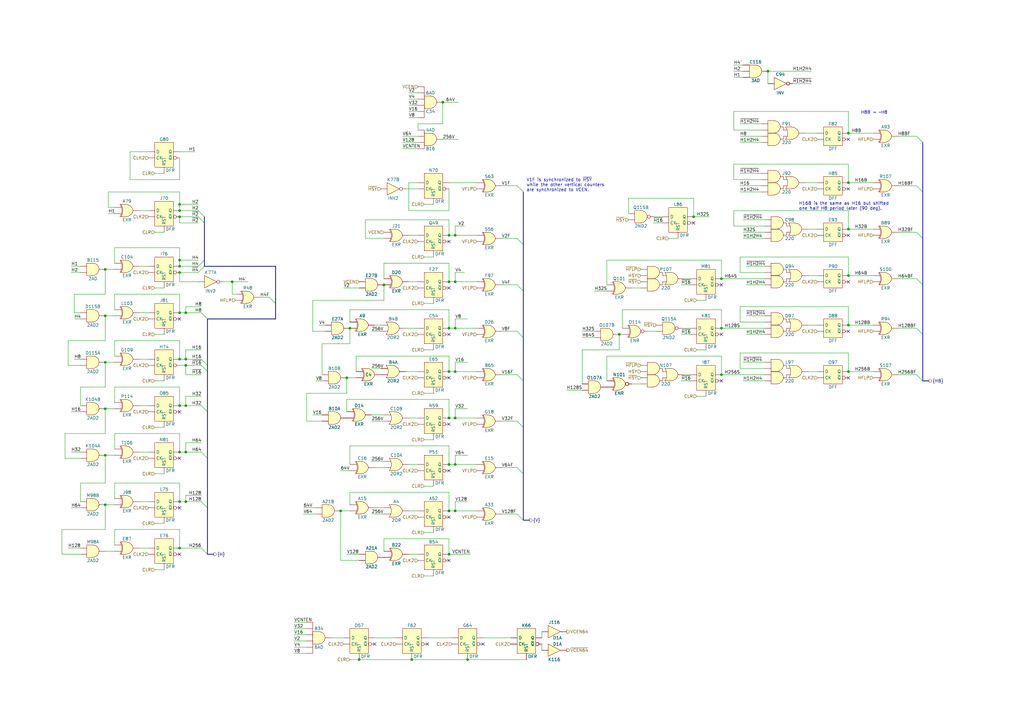
<source format=kicad_sch>
(kicad_sch (version 20230121) (generator eeschema)
  (paper "A3")
  (title_block (title "Konami 007786") (date "2024-01-28") (company "Ulf Skutnabba, twitter: @skutis77"))
  (bus_alias "H" (members "H2" "~{H2}" "H4" "~{H4}" "H4F" "H8" "H16" "~{H16}" "H32" "H64" "H128" "H256"))
  (bus_alias "HB" (members "H8BF" "H16BF" "H32BF" "H64BF" "H128BF" "H256BF"))
  (bus_alias "V" (members "V1F" "V2F" "V4F" "V8F" "V16F" "V32F" "V64F" "V128F"))
  (junction (at 191.77 270.51))
  (junction (at 73.66 106.68))
  (junction (at 43.18 167.64))
  (junction (at 295.91 114.3))
  (junction (at 186.69 115.57))
  (junction (at 73.66 147.32))
  (junction (at 295.91 153.67))
  (junction (at 76.2 185.42))
  (junction (at 76.2 147.32))
  (junction (at 73.66 185.42))
  (junction (at 347.98 54.61))
  (junction (at 347.98 133.35))
  (junction (at 184.15 227.33))
  (junction (at 147.32 270.51))
  (junction (at 186.69 152.4))
  (junction (at 73.66 166.37))
  (junction (at 186.69 134.62))
  (junction (at 284.48 88.9))
  (junction (at 143.51 134.62))
  (junction (at 142.24 154.94))
  (junction (at 95.25 115.57))
  (junction (at 43.18 186.69))
  (junction (at 76.2 128.27))
  (junction (at 186.69 96.52))
  (junction (at 347.98 93.98))
  (junction (at 314.96 29.21))
  (junction (at 73.66 86.36))
  (junction (at 76.2 166.37))
  (junction (at 168.91 270.51))
  (junction (at 186.69 209.55))
  (junction (at 295.91 134.62))
  (junction (at 73.66 111.76))
  (junction (at 73.66 205.74))
  (junction (at 347.98 74.93))
  (junction (at 184.15 134.62))
  (junction (at 254 137.16))
  (junction (at 157.48 116.84))
  (junction (at 186.69 190.5))
  (junction (at 347.98 113.03))
  (junction (at 73.66 224.79))
  (junction (at 139.7 209.55))
  (junction (at 43.18 129.54))
  (junction (at 73.66 88.9))
  (junction (at 43.18 207.01))
  (junction (at 184.15 152.4))
  (junction (at 184.15 190.5))
  (junction (at 43.18 148.59))
  (junction (at 76.2 149.86))
  (junction (at 76.2 205.74))
  (junction (at 73.66 128.27))
  (junction (at 184.15 115.57))
  (junction (at 73.66 83.82))
  (junction (at 184.15 96.52))
  (junction (at 73.66 109.22))
  (junction (at 181.61 41.91))
  (junction (at 186.69 171.45))
  (junction (at 43.18 110.49))
  (junction (at 184.15 209.55))
  (junction (at 347.98 152.4))
  (junction (at 184.15 171.45))
  (no_connect (at 347.98 115.57))
  (no_connect (at 184.15 154.94))
  (no_connect (at 347.98 154.94))
  (no_connect (at 73.66 168.91))
  (no_connect (at 73.66 187.96))
  (no_connect (at 184.15 118.11))
  (no_connect (at 73.66 208.28))
  (no_connect (at 184.15 173.99))
  (no_connect (at 295.91 137.16))
  (no_connect (at 347.98 57.15))
  (no_connect (at 295.91 116.84))
  (no_connect (at 175.26 264.16))
  (no_connect (at 184.15 212.09))
  (no_connect (at 347.98 77.47))
  (no_connect (at 347.98 135.89))
  (no_connect (at 73.66 227.33))
  (no_connect (at 184.15 229.87))
  (no_connect (at 347.98 96.52))
  (no_connect (at 73.66 130.81))
  (no_connect (at 184.15 99.06))
  (no_connect (at 184.15 137.16))
  (no_connect (at 153.67 264.16))
  (no_connect (at 184.15 193.04))
  (no_connect (at 198.12 264.16))
  (no_connect (at 295.91 156.21))
  (no_connect (at 284.48 91.44))
  (bus_entry (at 212.09 172.72) (size 2.54 2.54))
  (bus_entry (at 82.55 224.79) (size 2.54 2.54))
  (bus_entry (at 82.55 185.42) (size 2.54 2.54))
  (bus_entry (at 375.92 134.62) (size 2.54 2.54))
  (bus_entry (at 212.09 97.79) (size 2.54 2.54))
  (bus_entry (at 375.92 95.25) (size 2.54 2.54))
  (bus_entry (at 375.92 55.88) (size 2.54 2.54))
  (bus_entry (at 375.92 76.2) (size 2.54 2.54))
  (bus_entry (at 375.92 153.67) (size 2.54 2.54))
  (bus_entry (at 81.28 111.76) (size 2.54 -2.54))
  (bus_entry (at 81.28 88.9) (size 2.54 2.54))
  (bus_entry (at 212.09 191.77) (size 2.54 2.54))
  (bus_entry (at 212.09 76.2) (size 2.54 2.54))
  (bus_entry (at 212.09 210.82) (size 2.54 2.54))
  (bus_entry (at 82.55 128.27) (size 2.54 2.54))
  (bus_entry (at 81.28 86.36) (size 2.54 2.54))
  (bus_entry (at 82.55 205.74) (size 2.54 2.54))
  (bus_entry (at 375.92 114.3) (size 2.54 2.54))
  (bus_entry (at 82.55 149.86) (size 2.54 2.54))
  (bus_entry (at 212.09 116.84) (size 2.54 2.54))
  (bus_entry (at 81.28 109.22) (size 2.54 -2.54))
  (bus_entry (at 82.55 166.37) (size 2.54 2.54))
  (bus_entry (at 212.09 135.89) (size 2.54 2.54))
  (bus_entry (at 82.55 147.32) (size 2.54 2.54))
  (bus_entry (at 110.49 121.92) (size 2.54 2.54))
  (bus_entry (at 212.09 153.67) (size 2.54 2.54))
  (wire (pts (xy 254 137.16) (xy 255.27 137.16)))
  (wire (pts (xy 29.21 109.22) (xy 33.02 109.22)))
  (wire (pts (xy 347.98 45.72) (xy 347.98 54.61)))
  (wire (pts (xy 63.5 137.16) (xy 67.31 137.16)))
  (wire (pts (xy 157.48 220.98) (xy 157.48 226.06)))
  (bus (pts (xy 214.63 194.31) (xy 214.63 213.36)))
  (wire (pts (xy 124.46 208.28) (xy 129.54 208.28)))
  (wire (pts (xy 259.08 118.11) (xy 262.89 118.11)))
  (wire (pts (xy 186.69 152.4) (xy 195.58 152.4)))
  (wire (pts (xy 368.3 114.3) (xy 375.92 114.3)))
  (wire (pts (xy 29.21 111.76) (xy 33.02 111.76)))
  (wire (pts (xy 303.53 55.88) (xy 312.42 55.88)))
  (bus (pts (xy 85.09 149.86) (xy 85.09 152.4)))
  (bus (pts (xy 214.63 138.43) (xy 214.63 156.21)))
  (wire (pts (xy 166.37 134.62) (xy 171.45 134.62)))
  (wire (pts (xy 72.39 224.79) (xy 73.66 224.79)))
  (wire (pts (xy 181.61 41.91) (xy 187.96 41.91)))
  (wire (pts (xy 347.98 105.41) (xy 303.53 105.41)))
  (wire (pts (xy 300.99 92.71) (xy 313.69 92.71)))
  (wire (pts (xy 186.69 209.55) (xy 195.58 209.55)))
  (wire (pts (xy 184.15 77.47) (xy 184.15 86.36)))
  (wire (pts (xy 166.37 152.4) (xy 171.45 152.4)))
  (wire (pts (xy 295.91 134.62) (xy 295.91 127)))
  (wire (pts (xy 184.15 134.62) (xy 186.69 134.62)))
  (bus (pts (xy 113.03 124.46) (xy 113.03 130.81)))
  (bus (pts (xy 378.46 156.21) (xy 381 156.21)))
  (wire (pts (xy 76.2 143.51) (xy 76.2 147.32)))
  (bus (pts (xy 378.46 116.84) (xy 378.46 137.16)))
  (wire (pts (xy 43.18 110.49) (xy 43.18 120.65)))
  (wire (pts (xy 76.2 185.42) (xy 82.55 185.42)))
  (wire (pts (xy 184.15 209.55) (xy 184.15 201.93)))
  (wire (pts (xy 173.99 199.39) (xy 177.8 199.39)))
  (wire (pts (xy 304.8 97.79) (xy 313.69 97.79)))
  (wire (pts (xy 73.66 149.86) (xy 76.2 149.86)))
  (wire (pts (xy 303.53 151.13) (xy 313.69 151.13)))
  (wire (pts (xy 44.45 85.09) (xy 46.99 85.09)))
  (wire (pts (xy 295.91 134.62) (xy 313.69 134.62)))
  (wire (pts (xy 106.68 121.92) (xy 110.49 121.92)))
  (wire (pts (xy 57.15 109.22) (xy 60.96 109.22)))
  (wire (pts (xy 222.25 264.16) (xy 222.25 266.7)))
  (wire (pts (xy 91.44 115.57) (xy 95.25 115.57)))
  (wire (pts (xy 184.15 220.98) (xy 157.48 220.98)))
  (wire (pts (xy 295.91 106.68) (xy 295.91 114.3)))
  (wire (pts (xy 73.66 158.75) (xy 46.99 158.75)))
  (wire (pts (xy 186.69 190.5) (xy 195.58 190.5)))
  (wire (pts (xy 248.92 116.84) (xy 248.92 106.68)))
  (wire (pts (xy 43.18 129.54) (xy 43.18 139.7)))
  (wire (pts (xy 73.66 217.17) (xy 46.99 217.17)))
  (wire (pts (xy 73.66 120.65) (xy 46.99 120.65)))
  (wire (pts (xy 73.66 166.37) (xy 73.66 158.75)))
  (wire (pts (xy 184.15 171.45) (xy 184.15 163.83)))
  (wire (pts (xy 191.77 270.51) (xy 215.9 270.51)))
  (wire (pts (xy 303.53 144.78) (xy 303.53 151.13)))
  (wire (pts (xy 267.97 88.9) (xy 271.78 88.9)))
  (wire (pts (xy 238.76 135.89) (xy 243.84 135.89)))
  (wire (pts (xy 248.92 106.68) (xy 295.91 106.68)))
  (wire (pts (xy 139.7 229.87) (xy 147.32 229.87)))
  (wire (pts (xy 347.98 152.4) (xy 347.98 144.78)))
  (wire (pts (xy 73.66 109.22) (xy 81.28 109.22)))
  (wire (pts (xy 157.48 97.79) (xy 149.86 97.79)))
  (wire (pts (xy 167.64 45.72) (xy 171.45 45.72)))
  (wire (pts (xy 295.91 114.3) (xy 313.69 114.3)))
  (wire (pts (xy 186.69 115.57) (xy 186.69 111.76)))
  (wire (pts (xy 76.2 143.51) (xy 82.55 143.51)))
  (wire (pts (xy 167.64 209.55) (xy 171.45 209.55)))
  (wire (pts (xy 152.4 189.23) (xy 157.48 189.23)))
  (wire (pts (xy 175.26 261.62) (xy 185.42 261.62)))
  (wire (pts (xy 73.66 139.7) (xy 46.99 139.7)))
  (wire (pts (xy 76.2 203.2) (xy 82.55 203.2)))
  (wire (pts (xy 205.74 76.2) (xy 212.09 76.2)))
  (wire (pts (xy 43.18 148.59) (xy 43.18 158.75)))
  (wire (pts (xy 73.66 147.32) (xy 76.2 147.32)))
  (wire (pts (xy 143.51 201.93) (xy 143.51 207.01)))
  (wire (pts (xy 238.76 143.51) (xy 238.76 157.48)))
  (bus (pts (xy 85.09 168.91) (xy 85.09 187.96)))
  (wire (pts (xy 368.3 76.2) (xy 375.92 76.2)))
  (wire (pts (xy 73.66 73.66) (xy 53.34 73.66)))
  (wire (pts (xy 76.2 166.37) (xy 76.2 162.56)))
  (wire (pts (xy 186.69 171.45) (xy 195.58 171.45)))
  (wire (pts (xy 184.15 190.5) (xy 186.69 190.5)))
  (wire (pts (xy 76.2 205.74) (xy 82.55 205.74)))
  (wire (pts (xy 125.73 161.29) (xy 125.73 172.72)))
  (wire (pts (xy 43.18 217.17) (xy 25.4 217.17)))
  (wire (pts (xy 82.55 181.61) (xy 76.2 181.61)))
  (wire (pts (xy 347.98 133.35) (xy 347.98 125.73)))
  (wire (pts (xy 314.96 29.21) (xy 314.96 34.29)))
  (wire (pts (xy 76.2 128.27) (xy 82.55 128.27)))
  (wire (pts (xy 295.91 146.05) (xy 295.91 153.67)))
  (wire (pts (xy 132.08 140.97) (xy 132.08 153.67)))
  (wire (pts (xy 143.51 134.62) (xy 143.51 140.97)))
  (wire (pts (xy 284.48 88.9) (xy 290.83 88.9)))
  (wire (pts (xy 73.66 88.9) (xy 73.66 91.44)))
  (wire (pts (xy 330.2 74.93) (xy 335.28 74.93)))
  (wire (pts (xy 186.69 148.59) (xy 191.77 148.59)))
  (wire (pts (xy 184.15 182.88) (xy 184.15 190.5)))
  (wire (pts (xy 120.65 260.35) (xy 125.73 260.35)))
  (wire (pts (xy 120.65 255.27) (xy 125.73 255.27)))
  (wire (pts (xy 120.65 265.43) (xy 125.73 265.43)))
  (wire (pts (xy 368.3 55.88) (xy 375.92 55.88)))
  (wire (pts (xy 347.98 113.03) (xy 347.98 105.41)))
  (wire (pts (xy 25.4 217.17) (xy 25.4 227.33)))
  (wire (pts (xy 331.47 152.4) (xy 335.28 152.4)))
  (wire (pts (xy 73.66 224.79) (xy 82.55 224.79)))
  (wire (pts (xy 46.99 101.6) (xy 46.99 107.95)))
  (wire (pts (xy 306.07 109.22) (xy 313.69 109.22)))
  (wire (pts (xy 157.48 107.95) (xy 157.48 114.3)))
  (wire (pts (xy 143.51 127) (xy 143.51 132.08)))
  (wire (pts (xy 153.67 133.35) (xy 156.21 133.35)))
  (wire (pts (xy 347.98 54.61) (xy 358.14 54.61)))
  (wire (pts (xy 143.51 182.88) (xy 143.51 190.5)))
  (wire (pts (xy 303.53 78.74) (xy 312.42 78.74)))
  (wire (pts (xy 303.53 58.42) (xy 312.42 58.42)))
  (wire (pts (xy 173.99 83.82) (xy 177.8 83.82)))
  (wire (pts (xy 285.75 123.19) (xy 289.56 123.19)))
  (wire (pts (xy 267.97 91.44) (xy 271.78 91.44)))
  (wire (pts (xy 143.51 182.88) (xy 184.15 182.88)))
  (wire (pts (xy 347.98 125.73) (xy 303.53 125.73)))
  (wire (pts (xy 257.81 81.28) (xy 257.81 87.63)))
  (wire (pts (xy 73.66 111.76) (xy 81.28 111.76)))
  (wire (pts (xy 184.15 115.57) (xy 184.15 107.95)))
  (wire (pts (xy 254 137.16) (xy 254 143.51)))
  (bus (pts (xy 214.63 100.33) (xy 214.63 119.38)))
  (wire (pts (xy 96.52 120.65) (xy 95.25 120.65)))
  (bus (pts (xy 113.03 109.22) (xy 113.03 124.46)))
  (bus (pts (xy 378.46 78.74) (xy 378.46 97.79)))
  (wire (pts (xy 184.15 152.4) (xy 184.15 146.05)))
  (wire (pts (xy 30.48 128.27) (xy 33.02 128.27)))
  (bus (pts (xy 85.09 152.4) (xy 85.09 168.91)))
  (wire (pts (xy 205.74 97.79) (xy 212.09 97.79)))
  (wire (pts (xy 128.27 135.89) (xy 133.35 135.89)))
  (wire (pts (xy 73.66 128.27) (xy 73.66 120.65)))
  (wire (pts (xy 153.67 208.28) (xy 157.48 208.28)))
  (wire (pts (xy 73.66 166.37) (xy 76.2 166.37)))
  (bus (pts (xy 83.82 88.9) (xy 83.82 91.44)))
  (wire (pts (xy 73.66 83.82) (xy 81.28 83.82)))
  (wire (pts (xy 173.99 218.44) (xy 177.8 218.44)))
  (wire (pts (xy 304.8 95.25) (xy 313.69 95.25)))
  (wire (pts (xy 205.74 210.82) (xy 212.09 210.82)))
  (wire (pts (xy 142.24 154.94) (xy 142.24 161.29)))
  (wire (pts (xy 259.08 157.48) (xy 262.89 157.48)))
  (wire (pts (xy 30.48 130.81) (xy 33.02 130.81)))
  (wire (pts (xy 186.69 111.76) (xy 190.5 111.76)))
  (wire (pts (xy 57.15 86.36) (xy 60.96 86.36)))
  (wire (pts (xy 331.47 133.35) (xy 335.28 133.35)))
  (wire (pts (xy 205.74 191.77) (xy 212.09 191.77)))
  (bus (pts (xy 378.46 58.42) (xy 378.46 78.74)))
  (wire (pts (xy 27.94 224.79) (xy 33.02 224.79)))
  (wire (pts (xy 167.64 40.64) (xy 171.45 40.64)))
  (wire (pts (xy 186.69 148.59) (xy 186.69 152.4)))
  (wire (pts (xy 167.64 171.45) (xy 171.45 171.45)))
  (wire (pts (xy 124.46 210.82) (xy 129.54 210.82)))
  (wire (pts (xy 303.53 132.08) (xy 313.69 132.08)))
  (wire (pts (xy 167.64 96.52) (xy 171.45 96.52)))
  (wire (pts (xy 181.61 41.91) (xy 181.61 50.8)))
  (wire (pts (xy 186.69 92.71) (xy 190.5 92.71)))
  (wire (pts (xy 57.15 185.42) (xy 60.96 185.42)))
  (wire (pts (xy 300.99 67.31) (xy 300.99 73.66)))
  (wire (pts (xy 279.4 156.21) (xy 283.21 156.21)))
  (wire (pts (xy 186.69 186.69) (xy 186.69 190.5)))
  (wire (pts (xy 303.53 125.73) (xy 303.53 132.08)))
  (wire (pts (xy 44.45 87.63) (xy 46.99 87.63)))
  (wire (pts (xy 46.99 158.75) (xy 46.99 165.1)))
  (wire (pts (xy 46.99 217.17) (xy 46.99 223.52)))
  (wire (pts (xy 171.45 50.8) (xy 171.45 53.34)))
  (wire (pts (xy 186.69 205.74) (xy 191.77 205.74)))
  (wire (pts (xy 43.18 139.7) (xy 27.94 139.7)))
  (bus (pts (xy 378.46 137.16) (xy 378.46 156.21)))
  (wire (pts (xy 73.66 198.12) (xy 46.99 198.12)))
  (wire (pts (xy 300.99 53.34) (xy 312.42 53.34)))
  (wire (pts (xy 157.48 116.84) (xy 157.48 123.19)))
  (wire (pts (xy 173.99 161.29) (xy 177.8 161.29)))
  (wire (pts (xy 43.18 198.12) (xy 33.02 198.12)))
  (wire (pts (xy 73.66 177.8) (xy 46.99 177.8)))
  (wire (pts (xy 279.4 137.16) (xy 283.21 137.16)))
  (wire (pts (xy 63.5 214.63) (xy 67.31 214.63)))
  (wire (pts (xy 120.65 257.81) (xy 125.73 257.81)))
  (wire (pts (xy 143.51 270.51) (xy 147.32 270.51)))
  (wire (pts (xy 63.5 118.11) (xy 67.31 118.11)))
  (wire (pts (xy 29.21 208.28) (xy 33.02 208.28)))
  (wire (pts (xy 73.66 115.57) (xy 81.28 115.57)))
  (wire (pts (xy 300.99 26.67) (xy 304.8 26.67)))
  (wire (pts (xy 73.66 91.44) (xy 81.28 91.44)))
  (wire (pts (xy 368.3 134.62) (xy 375.92 134.62)))
  (bus (pts (xy 214.63 78.74) (xy 214.63 100.33)))
  (wire (pts (xy 314.96 29.21) (xy 332.74 29.21)))
  (wire (pts (xy 43.18 186.69) (xy 43.18 198.12)))
  (wire (pts (xy 347.98 133.35) (xy 358.14 133.35)))
  (wire (pts (xy 186.69 205.74) (xy 186.69 209.55)))
  (wire (pts (xy 368.3 95.25) (xy 375.92 95.25)))
  (wire (pts (xy 53.34 62.23) (xy 60.96 62.23)))
  (wire (pts (xy 76.2 162.56) (xy 82.55 162.56)))
  (wire (pts (xy 73.66 88.9) (xy 81.28 88.9)))
  (wire (pts (xy 184.15 227.33) (xy 193.04 227.33)))
  (wire (pts (xy 285.75 162.56) (xy 289.56 162.56)))
  (wire (pts (xy 166.37 77.47) (xy 171.45 77.47)))
  (wire (pts (xy 347.98 45.72) (xy 300.99 45.72)))
  (wire (pts (xy 73.66 101.6) (xy 46.99 101.6)))
  (wire (pts (xy 184.15 127) (xy 143.51 127)))
  (wire (pts (xy 300.99 29.21) (xy 304.8 29.21)))
  (wire (pts (xy 63.5 71.12) (xy 67.31 71.12)))
  (wire (pts (xy 73.66 185.42) (xy 73.66 177.8)))
  (wire (pts (xy 135.89 261.62) (xy 140.97 261.62)))
  (wire (pts (xy 33.02 158.75) (xy 33.02 166.37)))
  (wire (pts (xy 167.64 48.26) (xy 171.45 48.26)))
  (wire (pts (xy 132.08 172.72) (xy 125.73 172.72)))
  (wire (pts (xy 347.98 67.31) (xy 300.99 67.31)))
  (wire (pts (xy 26.67 177.8) (xy 26.67 187.96)))
  (wire (pts (xy 186.69 96.52) (xy 186.69 92.71)))
  (wire (pts (xy 173.99 105.41) (xy 177.8 105.41)))
  (wire (pts (xy 82.55 153.67) (xy 76.2 153.67)))
  (wire (pts (xy 304.8 90.17) (xy 313.69 90.17)))
  (wire (pts (xy 73.66 64.77) (xy 73.66 73.66)))
  (wire (pts (xy 95.25 115.57) (xy 101.6 115.57)))
  (wire (pts (xy 63.5 95.25) (xy 67.31 95.25)))
  (wire (pts (xy 347.98 86.36) (xy 300.99 86.36)))
  (wire (pts (xy 43.18 177.8) (xy 26.67 177.8)))
  (wire (pts (xy 25.4 227.33) (xy 33.02 227.33)))
  (wire (pts (xy 205.74 135.89) (xy 212.09 135.89)))
  (bus (pts (xy 83.82 91.44) (xy 83.82 106.68)))
  (wire (pts (xy 73.66 106.68) (xy 81.28 106.68)))
  (wire (pts (xy 167.64 115.57) (xy 171.45 115.57)))
  (wire (pts (xy 46.99 198.12) (xy 46.99 204.47)))
  (wire (pts (xy 186.69 130.81) (xy 191.77 130.81)))
  (wire (pts (xy 186.69 167.64) (xy 186.69 171.45)))
  (wire (pts (xy 325.12 34.29) (xy 332.74 34.29)))
  (wire (pts (xy 300.99 45.72) (xy 300.99 53.34)))
  (wire (pts (xy 173.99 180.34) (xy 177.8 180.34)))
  (wire (pts (xy 248.92 156.21) (xy 248.92 146.05)))
  (wire (pts (xy 280.67 114.3) (xy 283.21 114.3)))
  (wire (pts (xy 73.66 78.74) (xy 44.45 78.74)))
  (wire (pts (xy 167.64 43.18) (xy 171.45 43.18)))
  (wire (pts (xy 128.27 123.19) (xy 128.27 135.89)))
  (wire (pts (xy 167.64 227.33) (xy 171.45 227.33)))
  (wire (pts (xy 184.15 74.93) (xy 195.58 74.93)))
  (wire (pts (xy 254 143.51) (xy 238.76 143.51)))
  (wire (pts (xy 73.66 115.57) (xy 73.66 111.76)))
  (wire (pts (xy 303.53 71.12) (xy 312.42 71.12)))
  (wire (pts (xy 152.4 135.89) (xy 156.21 135.89)))
  (wire (pts (xy 184.15 96.52) (xy 184.15 90.17)))
  (wire (pts (xy 186.69 186.69) (xy 191.77 186.69)))
  (wire (pts (xy 76.2 149.86) (xy 82.55 149.86)))
  (wire (pts (xy 73.66 86.36) (xy 73.66 83.82)))
  (wire (pts (xy 73.66 205.74) (xy 73.66 198.12)))
  (wire (pts (xy 73.66 62.23) (xy 80.01 62.23)))
  (wire (pts (xy 303.53 76.2) (xy 312.42 76.2)))
  (wire (pts (xy 43.18 226.06) (xy 46.99 226.06)))
  (wire (pts (xy 274.32 97.79) (xy 278.13 97.79)))
  (wire (pts (xy 306.07 116.84) (xy 313.69 116.84)))
  (wire (pts (xy 330.2 54.61) (xy 335.28 54.61)))
  (bus (pts (xy 83.82 106.68) (xy 83.82 109.22)))
  (wire (pts (xy 57.15 205.74) (xy 60.96 205.74)))
  (wire (pts (xy 173.99 143.51) (xy 177.8 143.51)))
  (wire (pts (xy 73.66 147.32) (xy 73.66 139.7)))
  (wire (pts (xy 53.34 73.66) (xy 53.34 62.23)))
  (wire (pts (xy 143.51 140.97) (xy 132.08 140.97)))
  (wire (pts (xy 300.99 73.66) (xy 312.42 73.66)))
  (wire (pts (xy 167.64 38.1) (xy 171.45 38.1)))
  (wire (pts (xy 43.18 148.59) (xy 46.99 148.59)))
  (wire (pts (xy 152.4 210.82) (xy 157.48 210.82)))
  (wire (pts (xy 304.8 148.59) (xy 313.69 148.59)))
  (wire (pts (xy 184.15 127) (xy 184.15 134.62)))
  (wire (pts (xy 46.99 139.7) (xy 46.99 146.05)))
  (wire (pts (xy 167.64 190.5) (xy 171.45 190.5)))
  (wire (pts (xy 347.98 113.03) (xy 358.14 113.03)))
  (wire (pts (xy 95.25 115.57) (xy 95.25 120.65)))
  (wire (pts (xy 149.86 97.79) (xy 149.86 90.17)))
  (wire (pts (xy 129.54 156.21) (xy 132.08 156.21)))
  (wire (pts (xy 76.2 203.2) (xy 76.2 205.74)))
  (wire (pts (xy 139.7 229.87) (xy 139.7 209.55)))
  (wire (pts (xy 63.5 175.26) (xy 67.31 175.26)))
  (wire (pts (xy 73.66 86.36) (xy 81.28 86.36)))
  (wire (pts (xy 232.41 160.02) (xy 238.76 160.02)))
  (wire (pts (xy 168.91 270.51) (xy 191.77 270.51)))
  (wire (pts (xy 139.7 209.55) (xy 143.51 209.55)))
  (wire (pts (xy 265.43 135.89) (xy 269.24 135.89)))
  (wire (pts (xy 26.67 187.96) (xy 33.02 187.96)))
  (bus (pts (xy 214.63 156.21) (xy 214.63 175.26)))
  (wire (pts (xy 255.27 127) (xy 255.27 134.62)))
  (wire (pts (xy 347.98 74.93) (xy 347.98 67.31)))
  (wire (pts (xy 57.15 128.27) (xy 60.96 128.27)))
  (wire (pts (xy 46.99 110.49) (xy 43.18 110.49)))
  (wire (pts (xy 157.48 123.19) (xy 128.27 123.19)))
  (wire (pts (xy 143.51 201.93) (xy 184.15 201.93)))
  (wire (pts (xy 76.2 153.67) (xy 76.2 149.86)))
  (wire (pts (xy 82.55 125.73) (xy 76.2 125.73)))
  (wire (pts (xy 368.3 153.67) (xy 375.92 153.67)))
  (wire (pts (xy 248.92 119.38) (xy 243.84 119.38)))
  (wire (pts (xy 33.02 198.12) (xy 33.02 205.74)))
  (wire (pts (xy 167.64 74.93) (xy 171.45 74.93)))
  (wire (pts (xy 149.86 90.17) (xy 184.15 90.17)))
  (wire (pts (xy 186.69 96.52) (xy 195.58 96.52)))
  (wire (pts (xy 205.74 172.72) (xy 212.09 172.72)))
  (wire (pts (xy 29.21 168.91) (xy 33.02 168.91)))
  (wire (pts (xy 73.66 106.68) (xy 73.66 109.22)))
  (wire (pts (xy 347.98 93.98) (xy 358.14 93.98)))
  (wire (pts (xy 347.98 93.98) (xy 347.98 86.36)))
  (wire (pts (xy 198.12 261.62) (xy 209.55 261.62)))
  (wire (pts (xy 303.53 50.8) (xy 312.42 50.8)))
  (wire (pts (xy 46.99 120.65) (xy 46.99 127)))
  (wire (pts (xy 152.4 172.72) (xy 157.48 172.72)))
  (wire (pts (xy 222.25 259.08) (xy 222.25 261.62)))
  (wire (pts (xy 57.15 166.37) (xy 60.96 166.37)))
  (wire (pts (xy 73.66 101.6) (xy 73.66 106.68)))
  (wire (pts (xy 73.66 205.74) (xy 76.2 205.74)))
  (wire (pts (xy 76.2 166.37) (xy 82.55 166.37)))
  (wire (pts (xy 46.99 177.8) (xy 46.99 184.15)))
  (wire (pts (xy 295.91 127) (xy 255.27 127)))
  (wire (pts (xy 347.98 144.78) (xy 303.53 144.78)))
  (wire (pts (xy 146.05 146.05) (xy 146.05 152.4)))
  (wire (pts (xy 279.4 134.62) (xy 283.21 134.62)))
  (wire (pts (xy 153.67 261.62) (xy 162.56 261.62)))
  (wire (pts (xy 63.5 233.68) (xy 67.31 233.68)))
  (bus (pts (xy 214.63 175.26) (xy 214.63 194.31)))
  (wire (pts (xy 43.18 186.69) (xy 46.99 186.69)))
  (wire (pts (xy 331.47 113.03) (xy 335.28 113.03)))
  (wire (pts (xy 43.18 120.65) (xy 30.48 120.65)))
  (bus (pts (xy 85.09 208.28) (xy 85.09 227.33)))
  (wire (pts (xy 142.24 154.94) (xy 146.05 154.94)))
  (bus (pts (xy 378.46 97.79) (xy 378.46 116.84)))
  (wire (pts (xy 73.66 83.82) (xy 73.66 78.74)))
  (bus (pts (xy 214.63 213.36) (xy 217.17 213.36)))
  (wire (pts (xy 43.18 158.75) (xy 33.02 158.75)))
  (wire (pts (xy 285.75 143.51) (xy 289.56 143.51)))
  (wire (pts (xy 43.18 167.64) (xy 46.99 167.64)))
  (wire (pts (xy 43.18 207.01) (xy 43.18 217.17)))
  (wire (pts (xy 43.18 167.64) (xy 43.18 177.8)))
  (wire (pts (xy 57.15 147.32) (xy 60.96 147.32)))
  (wire (pts (xy 73.66 224.79) (xy 73.66 217.17)))
  (wire (pts (xy 205.74 153.67) (xy 212.09 153.67)))
  (wire (pts (xy 303.53 111.76) (xy 313.69 111.76)))
  (wire (pts (xy 295.91 153.67) (xy 313.69 153.67)))
  (wire (pts (xy 306.07 129.54) (xy 313.69 129.54)))
  (wire (pts (xy 76.2 181.61) (xy 76.2 185.42)))
  (wire (pts (xy 165.1 55.88) (xy 171.45 55.88)))
  (wire (pts (xy 146.05 146.05) (xy 184.15 146.05)))
  (wire (pts (xy 184.15 152.4) (xy 186.69 152.4)))
  (wire (pts (xy 167.64 86.36) (xy 167.64 74.93)))
  (wire (pts (xy 173.99 236.22) (xy 177.8 236.22)))
  (wire (pts (xy 300.99 31.75) (xy 304.8 31.75)))
  (wire (pts (xy 76.2 125.73) (xy 76.2 128.27)))
  (bus (pts (xy 83.82 109.22) (xy 113.03 109.22)))
  (wire (pts (xy 120.65 262.89) (xy 125.73 262.89)))
  (wire (pts (xy 140.97 118.11) (xy 147.32 118.11)))
  (wire (pts (xy 44.45 78.74) (xy 44.45 85.09)))
  (wire (pts (xy 300.99 86.36) (xy 300.99 92.71)))
  (wire (pts (xy 257.81 81.28) (xy 284.48 81.28)))
  (bus (pts (xy 85.09 227.33) (xy 87.63 227.33)))
  (wire (pts (xy 147.32 270.51) (xy 168.91 270.51)))
  (wire (pts (xy 57.15 224.79) (xy 60.96 224.79)))
  (wire (pts (xy 184.15 115.57) (xy 186.69 115.57)))
  (wire (pts (xy 165.1 58.42) (xy 171.45 58.42)))
  (wire (pts (xy 30.48 120.65) (xy 30.48 128.27)))
  (wire (pts (xy 184.15 96.52) (xy 186.69 96.52)))
  (wire (pts (xy 238.76 138.43) (xy 243.84 138.43)))
  (wire (pts (xy 347.98 152.4) (xy 358.14 152.4)))
  (wire (pts (xy 30.48 147.32) (xy 33.02 147.32)))
  (wire (pts (xy 76.2 147.32) (xy 82.55 147.32)))
  (wire (pts (xy 27.94 139.7) (xy 27.94 149.86)))
  (wire (pts (xy 186.69 134.62) (xy 195.58 134.62)))
  (wire (pts (xy 63.5 156.21) (xy 67.31 156.21)))
  (wire (pts (xy 165.1 60.96) (xy 171.45 60.96)))
  (wire (pts (xy 143.51 193.04) (xy 139.7 193.04)))
  (wire (pts (xy 142.24 161.29) (xy 125.73 161.29)))
  (bus (pts (xy 113.03 130.81) (xy 85.09 130.81)))
  (wire (pts (xy 184.15 209.55) (xy 186.69 209.55)))
  (bus (pts (xy 214.63 119.38) (xy 214.63 138.43)))
  (wire (pts (xy 181.61 50.8) (xy 171.45 50.8)))
  (wire (pts (xy 120.65 267.97) (xy 125.73 267.97)))
  (wire (pts (xy 184.15 227.33) (xy 184.15 220.98)))
  (wire (pts (xy 184.15 163.83) (xy 142.24 163.83)))
  (wire (pts (xy 43.18 207.01) (xy 46.99 207.01)))
  (wire (pts (xy 27.94 149.86) (xy 33.02 149.86)))
  (wire (pts (xy 173.99 124.46) (xy 177.8 124.46)))
  (wire (pts (xy 43.18 129.54) (xy 46.99 129.54)))
  (wire (pts (xy 205.74 116.84) (xy 212.09 116.84)))
  (wire (pts (xy 279.4 116.84) (xy 283.21 116.84)))
  (wire (pts (xy 306.07 137.16) (xy 313.69 137.16)))
  (wire (pts (xy 280.67 153.67) (xy 283.21 153.67)))
  (wire (pts (xy 186.69 167.64) (xy 191.77 167.64)))
  (wire (pts (xy 29.21 185.42) (xy 33.02 185.42)))
  (wire (pts (xy 152.4 151.13) (xy 156.21 151.13)))
  (wire (pts (xy 248.92 146.05) (xy 295.91 146.05)))
  (wire (pts (xy 73.66 128.27) (xy 76.2 128.27)))
  (wire (pts (xy 63.5 194.31) (xy 67.31 194.31)))
  (wire (pts (xy 142.24 227.33) (xy 147.32 227.33)))
  (wire (pts (xy 184.15 107.95) (xy 157.48 107.95)))
  (wire (pts (xy 304.8 156.21) (xy 313.69 156.21)))
  (wire (pts (xy 347.98 74.93) (xy 358.14 74.93)))
  (wire (pts (xy 303.53 105.41) (xy 303.53 111.76)))
  (wire (pts (xy 284.48 81.28) (xy 284.48 88.9)))
  (wire (pts (xy 186.69 115.57) (xy 195.58 115.57)))
  (bus (pts (xy 85.09 187.96) (xy 85.09 208.28)))
  (wire (pts (xy 181.61 57.15) (xy 187.96 57.15)))
  (wire (pts (xy 73.66 185.42) (xy 76.2 185.42)))
  (wire (pts (xy 142.24 163.83) (xy 142.24 168.91)))
  (wire (pts (xy 331.47 93.98) (xy 335.28 93.98)))
  (bus (pts (xy 85.09 130.81) (xy 85.09 149.86)))
  (wire (pts (xy 184.15 171.45) (xy 186.69 171.45)))
  (wire (pts (xy 186.69 134.62) (xy 186.69 130.81)))
  (wire (pts (xy 184.15 86.36) (xy 167.64 86.36)))
  (wire (pts (xy 153.67 191.77) (xy 157.48 191.77)))
  (wire (pts (xy 130.81 133.35) (xy 133.35 133.35)))
  (wire (pts (xy 128.27 170.18) (xy 132.08 170.18)))
  (wire (pts (xy 152.4 170.18) (xy 157.48 170.18)))
  (text "H8B = ~H8" (at 353.06 46.99 0) (effects (font (size 1.27 1.27)) (justify left bottom)))
  (text "V1F is synchronized to ~{HSY}\nwhile the other vertical counters\nare synchronized to VCEN." (at 215.9 78.74 0) (effects (font (size 1.27 1.27)) (justify left bottom)))
  (text "H16B is the same as H16 but shifted\none half H8 period later (90 deg)." (at 327.66 86.36 0) (effects (font (size 1.27 1.27)) (justify left bottom)))
  (label "V128" (at 186.69 205.74 0))
  (label "H128" (at 77.47 203.2 0))
  (label "H32S" (at 285.75 88.9 0))
  (label "H1H2H4" (at 306.07 137.16 0))
  (label "H1H2H4" (at 304.8 156.21 0))
  (label "H128" (at 27.94 224.79 0))
  (label "H16" (at 303.53 76.2 0))
  (label "256V" (at 152.4 210.82 0))
  (label "H4'" (at 97.79 115.57 0))
  (label "H4" (at 78.74 109.22 0))
  (label "V8F" (at 205.74 135.89 0))
  (label "V16F" (at 205.74 153.67 0))
  (label "64V" (at 124.46 208.28 0))
  (label "V128" (at 142.24 227.33 0))
  (label "V128F" (at 205.74 210.82 0))
  (label "H16" (at 78.74 143.51 0))
  (label "H2" (at 78.74 83.82 0))
  (label "H1" (at 77.47 62.23 0))
  (label "H8" (at 80.01 128.27 0))
  (label "H64B" (at 350.52 113.03 0))
  (label "H16B" (at 350.52 74.93 0))
  (label "V1F" (at 205.74 76.2 0))
  (label "V2" (at 140.97 118.11 0))
  (label "V8" (at 167.64 48.26 0))
  (label "V16" (at 186.69 148.59 0))
  (label "~{H16}" (at 78.74 149.86 0))
  (label "V64F" (at 205.74 191.77 0))
  (label "V32F" (at 205.74 172.72 0))
  (label "~{H4}" (at 78.74 111.76 0))
  (label "H64S" (at 238.76 138.43 0))
  (label "H256BF" (at 368.3 153.67 0))
  (label "256V" (at 152.4 151.13 0))
  (label "V4" (at 186.69 111.76 0))
  (label "H32S" (at 304.8 95.25 0))
  (label "V32" (at 120.65 257.81 0))
  (label "V2" (at 187.96 92.71 0))
  (label "H32BF" (at 368.3 95.25 0))
  (label "H32" (at 29.21 185.42 0))
  (label "~{H16}" (at 78.74 153.67 0))
  (label "H64" (at 78.74 181.61 0))
  (label "256V" (at 181.61 57.15 0))
  (label "H2" (at 78.74 86.36 0))
  (label "~{H2}" (at 78.74 88.9 0))
  (label "H1H2H4" (at 306.07 116.84 0))
  (label "V2F" (at 205.74 97.79 0))
  (label "V16" (at 167.64 45.72 0))
  (label "V4F" (at 205.74 116.84 0))
  (label "V64" (at 165.1 55.88 0))
  (label "V8" (at 120.65 267.97 0))
  (label "H1H2H4" (at 304.8 97.79 0))
  (label "H2" (at 300.99 29.21 0))
  (label "H8" (at 80.01 125.73 0))
  (label "H128B" (at 350.52 133.35 0))
  (label "H256B" (at 350.52 152.4 0))
  (label "V8" (at 186.69 130.81 0))
  (label "H64" (at 78.74 185.42 0))
  (label "H4" (at 30.48 130.81 0))
  (label "V4" (at 130.81 133.35 0))
  (label "~{H1H2H4}" (at 303.53 71.12 0))
  (label "~{H1H2H4}" (at 304.8 148.59 0))
  (label "H16BF" (at 368.3 76.2 0))
  (label "H1" (at 29.21 109.22 0))
  (label "H2" (at 29.21 111.76 0))
  (label "H32S" (at 238.76 135.89 0))
  (label "~{H16}" (at 279.4 137.16 0))
  (label "H1H2H4" (at 325.12 29.21 0))
  (label "~{H16}" (at 279.4 156.21 0))
  (label "V2" (at 120.65 262.89 0))
  (label "H1" (at 300.99 31.75 0))
  (label "H8B" (at 349.25 54.61 0))
  (label "H1H2H4" (at 303.53 78.74 0))
  (label "H256" (at 77.47 224.79 0))
  (label "~{H2}" (at 78.74 91.44 0))
  (label "H128S" (at 297.18 134.62 0))
  (label "~{H1H2H4}" (at 306.07 109.22 0))
  (label "H128BF" (at 368.3 134.62 0))
  (label "~{H1H2H4}" (at 303.53 50.8 0))
  (label "64V" (at 139.7 193.04 0))
  (label "VCNTEN" (at 120.65 255.27 0))
  (label "H256S" (at 297.18 153.67 0))
  (label "H128" (at 77.47 205.74 0))
  (label "H1" (at 44.45 87.63 0))
  (label "H4" (at 78.74 106.68 0))
  (label "H1H2H4" (at 303.53 58.42 0))
  (label "V32" (at 186.69 167.64 0))
  (label "V4" (at 120.65 265.43 0))
  (label "V64" (at 186.69 186.69 0))
  (label "V2" (at 167.64 38.1 0))
  (label "V4" (at 167.64 40.64 0))
  (label "~{H16}" (at 267.97 91.44 0))
  (label "H32" (at 78.74 162.56 0))
  (label "VCNTEN" (at 185.42 227.33 0))
  (label "V16" (at 128.27 170.18 0))
  (label "256V" (at 152.4 172.72 0))
  (label "H32" (at 78.74 166.37 0))
  (label "H4'" (at 300.99 26.67 0))
  (label "V16" (at 120.65 260.35 0))
  (label "VCNTEN" (at 165.1 60.96 0))
  (label "H16" (at 78.74 147.32 0))
  (label "H64BF" (at 368.3 114.3 0))
  (label "H128S" (at 232.41 160.02 0))
  (label "V8" (at 129.54 156.21 0))
  (label "H32S" (at 243.84 119.38 0))
  (label "~{H1H2H4}" (at 325.12 34.29 0))
  (label "~{H16}" (at 279.4 116.84 0))
  (label "H4F" (at 106.68 121.92 0))
  (label "V64" (at 124.46 210.82 0))
  (label "~{H1H2H4}" (at 306.07 129.54 0))
  (label "H64" (at 29.21 208.28 0))
  (label "H16" (at 29.21 168.91 0))
  (label "H8" (at 303.53 55.88 0))
  (label "H32B" (at 350.52 93.98 0))
  (label "64V" (at 182.88 41.91 0))
  (label "256V" (at 152.4 189.23 0))
  (label "H8" (at 30.48 147.32 0))
  (label "V32" (at 167.64 43.18 0))
  (label "H64S" (at 297.18 114.3 0))
  (label "256V" (at 152.4 135.89 0))
  (label "V128" (at 165.1 58.42 0))
  (label "~{H1H2H4}" (at 304.8 90.17 0))
  (label "H8BF" (at 368.3 55.88 0))
  (hierarchical_label "VFLP" (shape input) (at 195.58 193.04 180))
  (hierarchical_label "CLR" (shape input) (at 63.5 194.31 180))
  (hierarchical_label "~{HFLP}" (shape input) (at 262.89 110.49 180))
  (hierarchical_label "HFLP" (shape input) (at 358.14 135.89 180))
  (hierarchical_label "CLR" (shape input) (at 173.99 105.41 180))
  (hierarchical_label "CLK2" (shape input) (at 335.28 135.89 180))
  (hierarchical_label "CLR" (shape input) (at 173.99 199.39 180))
  (hierarchical_label "CLR" (shape input) (at 173.99 83.82 180))
  (hierarchical_label "~{HFLP}" (shape input) (at 262.89 149.86 180))
  (hierarchical_label "CLR" (shape input) (at 173.99 236.22 180))
  (hierarchical_label "HFLP" (shape input) (at 358.14 57.15 180))
  (hierarchical_label "~{HSY}" (shape input) (at 156.21 77.47 180))
  (hierarchical_label "CLR" (shape input) (at 63.5 156.21 180))
  (hierarchical_label "HSY" (shape input) (at 262.89 152.4 180))
  (hierarchical_label "CLK2" (shape input) (at 209.55 264.16 180))
  (hierarchical_label "CLK2" (shape input) (at 171.45 99.06 180))
  (hierarchical_label "CLK2" (shape input) (at 335.28 154.94 180))
  (hierarchical_label "CLK2" (shape input) (at 171.45 137.16 180))
  (hierarchical_label "VFLP" (shape input) (at 195.58 137.16 180))
  (hierarchical_label "VCEN" (shape input) (at 171.45 35.56 180))
  (hierarchical_label "CLK2" (shape input) (at 60.96 149.86 180))
  (hierarchical_label "HFLP" (shape input) (at 358.14 77.47 180))
  (hierarchical_label "CLR" (shape input) (at 274.32 97.79 180))
  (hierarchical_label "CLR" (shape input) (at 63.5 175.26 180))
  (hierarchical_label "HFLP" (shape input) (at 96.52 123.19 180))
  (hierarchical_label "CLR" (shape input) (at 285.75 123.19 180))
  (hierarchical_label "CLK2" (shape input) (at 60.96 88.9 180))
  (hierarchical_label "CLK2" (shape input) (at 60.96 64.77 180))
  (hierarchical_label "CLK2" (shape input) (at 60.96 187.96 180))
  (hierarchical_label "VFLP" (shape input) (at 195.58 173.99 180))
  (hierarchical_label "CLK2" (shape input) (at 171.45 173.99 180))
  (hierarchical_label "CLK2" (shape input) (at 185.42 264.16 180))
  (hierarchical_label "CLK2" (shape input) (at 335.28 115.57 180))
  (hierarchical_label "CLK2" (shape input) (at 162.56 264.16 180))
  (hierarchical_label "CLR" (shape input) (at 63.5 137.16 180))
  (hierarchical_label "~{HSY}" (shape input) (at 269.24 133.35 180))
  (hierarchical_label "~{HSY}" (shape input) (at 262.89 154.94 180))
  (hierarchical_label "CLR" (shape input) (at 173.99 161.29 180))
  (hierarchical_label "CLR" (shape input) (at 63.5 95.25 180))
  (hierarchical_label "CLK2" (shape input) (at 60.96 208.28 180))
  (hierarchical_label "CLR" (shape input) (at 63.5 71.12 180))
  (hierarchical_label "CLR" (shape input) (at 173.99 218.44 180))
  (hierarchical_label "CLK2" (shape input) (at 171.45 118.11 180))
  (hierarchical_label "VFLP" (shape input) (at 195.58 99.06 180))
  (hierarchical_label "~{VCEN64}" (shape output) (at 232.41 266.7 0))
  (hierarchical_label "VCEN64" (shape output) (at 232.41 259.08 0))
  (hierarchical_label "CLK2" (shape input) (at 60.96 227.33 180))
  (hierarchical_label "VCEN" (shape input) (at 147.32 115.57 180))
  (hierarchical_label "CLR" (shape input) (at 63.5 233.68 180))
  (hierarchical_label "VFLP" (shape input) (at 195.58 77.47 180))
  (hierarchical_label "CLK2" (shape input) (at 60.96 111.76 180))
  (hierarchical_label "HFLP" (shape input) (at 358.14 154.94 180))
  (hierarchical_label "CLR" (shape input) (at 173.99 143.51 180))
  (hierarchical_label "CLK2" (shape input) (at 60.96 168.91 180))
  (hierarchical_label "CLK2" (shape input) (at 171.45 212.09 180))
  (hierarchical_label "~{HSY}" (shape input) (at 262.89 115.57 180))
  (hierarchical_label "VFLP" (shape input) (at 195.58 212.09 180))
  (hierarchical_label "CLK2" (shape input) (at 60.96 130.81 180))
  (hierarchical_label "HFLP" (shape input) (at 358.14 115.57 180))
  (hierarchical_label "CLK2" (shape input) (at 140.97 264.16 180))
  (hierarchical_label "CLR" (shape input) (at 285.75 162.56 180))
  (hierarchical_label "HSY" (shape input) (at 262.89 113.03 180))
  (hierarchical_label "CLK2" (shape input) (at 335.28 57.15 180))
  (hierarchical_label "VFLP" (shape input) (at 195.58 154.94 180))
  (hierarchical_label "~{HSY}" (shape input) (at 257.81 90.17 180))
  (hierarchical_label "{V}" (shape output) (at 217.17 213.36 0))
  (hierarchical_label "CLK2" (shape input) (at 171.45 229.87 180))
  (hierarchical_label "HFLP" (shape input) (at 358.14 96.52 180))
  (hierarchical_label "CLR" (shape input) (at 285.75 143.51 180))
  (hierarchical_label "{H}" (shape output) (at 87.63 227.33 0))
  (hierarchical_label "VFLP" (shape input) (at 195.58 118.11 180))
  (hierarchical_label "CLR" (shape input) (at 143.51 270.51 180))
  (hierarchical_label "CLK2" (shape input) (at 171.45 193.04 180))
  (hierarchical_label "CLK2" (shape input) (at 335.28 77.47 180))
  (hierarchical_label "CLR" (shape input) (at 63.5 118.11 180))
  (hierarchical_label "CLK2" (shape input) (at 171.45 154.94 180))
  (hierarchical_label "VCEN" (shape input) (at 157.48 95.25 180))
  (hierarchical_label "CLR" (shape input) (at 173.99 124.46 180))
  (hierarchical_label "{HB}" (shape output) (at 381 156.21 0))
  (hierarchical_label "CLR" (shape input) (at 173.99 180.34 180))
  (hierarchical_label "CLK2" (shape input) (at 335.28 96.52 180))
  (hierarchical_label "CLR" (shape input) (at 63.5 214.63 180))
  (symbol (lib_id "ga_oki_msm70v0000:EXR") (at 52.07 166.37 0) (unit 1)
    (property "Reference" "P114" (at 52.07 162.56 0))
    (property "Value" "EXR" (at 52.07 170.18 0))
  )
  (symbol (lib_id "ga_oki_msm70v0000:DFR") (at 191.77 262.89 0) (unit 1)
    (property "Reference" "G64" (at 191.77 256.54 0))
    (property "Value" "DFR" (at 194.31 269.24 0))
  )
  (symbol (lib_id "ga_oki_msm70v0000:EXR") (at 52.07 86.36 0) (unit 1)
    (property "Reference" "A79" (at 52.07 82.55 0))
    (property "Value" "EXR" (at 52.07 90.17 0))
  )
  (symbol (lib_id "ga_oki_msm70v0000:EXR") (at 52.07 205.74 0) (unit 1)
    (property "Reference" "J98" (at 52.07 201.93 0))
    (property "Value" "EXR" (at 52.07 209.55 0))
  )
  (symbol (lib_id "ga_oki_msm70v0000:EXR") (at 52.07 128.27 0) (unit 1)
    (property "Reference" "L103" (at 52.07 124.46 0))
    (property "Value" "EXR" (at 52.07 132.08 0))
  )
  (symbol (lib_id "ga_oki_msm70v0000:2AD2") (at 38.1 226.06 0) (unit 1)
    (property "Reference" "M98" (at 38.1 222.25 0))
    (property "Value" "2AD2" (at 38.1 229.87 0))
  )
  (symbol (lib_id "ga_oki_msm70v0000:2AD2") (at 152.4 116.84 0) (unit 2)
    (property "Reference" "E27" (at 152.4 113.03 0))
    (property "Value" "2AD2" (at 152.4 120.65 0))
  )
  (symbol (lib_id "ga_oki_msm70v0000:2AD2") (at 38.1 129.54 0) (unit 2)
    (property "Reference" "D115" (at 38.1 125.73 0))
    (property "Value" "2AD2" (at 38.1 133.35 0))
  )
  (symbol (lib_id "ga_oki_msm70v0000:EXR") (at 162.56 96.52 0) (unit 1)
    (property "Reference" "J21" (at 162.56 92.71 0))
    (property "Value" "EXR" (at 162.56 100.33 0))
  )
  (symbol (lib_id "ga_oki_msm70v0000:6AD") (at 130.81 261.62 0) (unit 1)
    (property "Reference" "B34" (at 130.81 257.81 0))
    (property "Value" "6AD" (at 130.81 265.43 0))
  )
  (symbol (lib_id "ga_oki_msm70v0000:EXR") (at 147.32 170.18 0) (unit 1)
    (property "Reference" "D14" (at 147.32 166.37 0))
    (property "Value" "EXR" (at 147.32 173.99 0))
  )
  (symbol (lib_id "ga_oki_msm70v0000:D1A") (at 227.33 266.7 0) (unit 1)
    (property "Reference" "K116" (at 227.33 270.51 0))
    (property "Value" "D1A" (at 228.6 264.16 0))
  )
  (symbol (lib_id "ga_oki_msm70v0000:EXR") (at 363.22 55.88 0) (unit 1)
    (property "Reference" "A93" (at 363.22 52.07 0))
    (property "Value" "EXR" (at 363.22 59.69 0))
  )
  (symbol (lib_id "ga_oki_msm70v0000:DFF") (at 341.63 153.67 0) (unit 1)
    (property "Reference" "O97" (at 341.63 148.59 0))
    (property "Value" "DFF" (at 341.63 158.75 0))
  )
  (symbol (lib_id "ga_oki_msm70v0000:6AD") (at 176.53 41.91 0) (unit 1)
    (property "Reference" "C34" (at 176.53 45.72 0))
    (property "Value" "6AD" (at 176.53 38.1 0))
  )
  (symbol (lib_id "ga_oki_msm70v0000:EXR") (at 200.66 153.67 0) (unit 1)
    (property "Reference" "B65" (at 200.66 149.86 0))
    (property "Value" "EXR" (at 200.66 157.48 0))
  )
  (symbol (lib_id "ga_oki_msm70v0000:220") (at 322.58 93.98 0) (unit 1)
    (property "Reference" "C98" (at 323.85 90.17 0))
    (property "Value" "220" (at 323.85 97.79 0))
  )
  (symbol (lib_id "ga_oki_msm70v0000:EXR") (at 200.66 135.89 0) (unit 1)
    (property "Reference" "D26" (at 200.66 132.08 0))
    (property "Value" "EXR" (at 200.66 139.7 0))
  )
  (symbol (lib_id "ga_oki_msm70v0000:EXR") (at 148.59 133.35 0) (unit 1)
    (property "Reference" "A9" (at 148.59 129.54 0))
    (property "Value" "EXR" (at 148.59 137.16 0))
  )
  (symbol (lib_id "ga_oki_msm70v0000:DFF") (at 341.63 95.25 0) (unit 1)
    (property "Reference" "E93" (at 341.63 90.17 0))
    (property "Value" "DFF" (at 341.63 100.33 0))
  )
  (symbol (lib_id "ga_oki_msm70v0000:2AD2") (at 137.16 154.94 0) (unit 2)
    (property "Reference" "B10" (at 137.16 151.13 0))
    (property "Value" "2AD2" (at 137.16 158.75 0))
  )
  (symbol (lib_id "ga_oki_msm70v0000:DFR") (at 67.31 186.69 0) (unit 1)
    (property "Reference" "N81" (at 67.31 180.34 0))
    (property "Value" "DFR" (at 69.85 193.04 0))
  )
  (symbol (lib_id "ga_oki_msm70v0000:ENR") (at 260.35 135.89 0) (unit 1)
    (property "Reference" "O114" (at 260.35 132.08 0))
    (property "Value" "ENR" (at 260.35 139.7 0))
  )
  (symbol (lib_id "ga_oki_msm70v0000:INV2") (at 86.36 115.57 0) (unit 1)
    (property "Reference" "K77" (at 86.36 111.76 0))
    (property "Value" "INV2" (at 86.36 119.38 0))
  )
  (symbol (lib_id "ga_oki_msm70v0000:EXR") (at 200.66 210.82 0) (unit 1)
    (property "Reference" "A33" (at 200.66 207.01 0))
    (property "Value" "EXR" (at 200.66 214.63 0))
  )
  (symbol (lib_id "ga_oki_msm70v0000:EXR") (at 151.13 153.67 0) (unit 1)
    (property "Reference" "C4" (at 151.13 153.67 0))
    (property "Value" "EXR" (at 151.13 157.48 0))
  )
  (symbol (lib_id "ga_oki_msm70v0000:INV") (at 320.04 34.29 0) (unit 1)
    (property "Reference" "C94" (at 320.04 30.48 0))
    (property "Value" "INV" (at 320.04 38.1 0))
  )
  (symbol (lib_id "ga_oki_msm70v0000:2AD2") (at 38.1 207.01 0) (unit 2)
    (property "Reference" "M98" (at 38.1 203.2 0))
    (property "Value" "2AD2" (at 38.1 210.82 0))
  )
  (symbol (lib_id "ga_oki_msm70v0000:DFR") (at 177.8 210.82 0) (unit 1)
    (property "Reference" "A52" (at 177.8 204.47 0))
    (property "Value" "DFR" (at 180.34 217.17 0))
  )
  (symbol (lib_id "ga_oki_msm70v0000:4AD") (at 176.53 57.15 0) (unit 1)
    (property "Reference" "B16" (at 176.53 60.96 0))
    (property "Value" "4AD" (at 176.53 53.34 0))
  )
  (symbol (lib_id "ga_oki_msm70v0000:DFR") (at 177.8 191.77 0) (unit 1)
    (property "Reference" "P51" (at 177.8 185.42 0))
    (property "Value" "DFR" (at 180.34 198.12 0))
  )
  (symbol (lib_id "ga_oki_msm70v0000:EXR") (at 52.07 185.42 0) (unit 1)
    (property "Reference" "T106" (at 52.07 181.61 0))
    (property "Value" "EXR" (at 52.07 189.23 0))
  )
  (symbol (lib_id "ga_oki_msm70v0000:EXR") (at 363.22 76.2 0) (unit 1)
    (property "Reference" "R107" (at 363.22 72.39 0))
    (property "Value" "EXR" (at 363.22 80.01 0))
  )
  (symbol (lib_id "ga_oki_msm70v0000:2AD2") (at 152.4 228.6 0) (unit 1)
    (property "Reference" "A21" (at 152.4 224.79 0))
    (property "Value" "2AD2" (at 152.4 232.41 0))
  )
  (symbol (lib_id "ga_oki_msm70v0000:2AD2") (at 38.1 167.64 0) (unit 2)
    (property "Reference" "K104" (at 38.1 163.83 0))
    (property "Value" "2AD2" (at 38.1 171.45 0))
  )
  (symbol (lib_id "ga_oki_msm70v0000:DFR") (at 177.8 76.2 0) (unit 1)
    (property "Reference" "N70" (at 177.8 69.85 0))
    (property "Value" "DFR" (at 180.34 82.55 0))
  )
  (symbol (lib_id "ga_oki_msm70v0000:DFF") (at 341.63 114.3 0) (unit 1)
    (property "Reference" "P90" (at 341.63 109.22 0))
    (property "Value" "DFF" (at 341.63 119.38 0))
  )
  (symbol (lib_id "ga_oki_msm70v0000:ENR") (at 254 157.48 0) (unit 1)
    (property "Reference" "N101" (at 254 153.67 0))
    (property "Value" "ENR" (at 254 161.29 0))
  )
  (symbol (lib_id "ga_oki_msm70v0000:DFR") (at 67.31 110.49 0) (unit 1)
    (property "Reference" "I76" (at 67.31 104.14 0))
    (property "Value" "DFR" (at 69.85 116.84 0))
  )
  (symbol (lib_id "ga_oki_msm70v0000:2OR2") (at 161.29 152.4 0) (unit 1)
    (property "Reference" "B4" (at 161.29 148.59 0))
    (property "Value" "2OR2" (at 161.29 156.21 0))
  )
  (symbol (lib_id "ga_oki_msm70v0000:DFF") (at 341.63 76.2 0) (unit 1)
    (property "Reference" "H85" (at 341.63 71.12 0))
    (property "Value" "DFF" (at 341.63 81.28 0))
  )
  (symbol (lib_id "ga_oki_msm70v0000:EXR") (at 200.66 191.77 0) (unit 1)
    (property "Reference" "E15" (at 200.66 187.96 0))
    (property "Value" "EXR" (at 200.66 195.58 0))
  )
  (symbol (lib_id "ga_oki_msm70v0000:DFR") (at 177.8 116.84 0) (unit 1)
    (property "Reference" "F27" (at 177.8 110.49 0))
    (property "Value" "DFR" (at 180.34 123.19 0))
  )
  (symbol (lib_id "ga_oki_msm70v0000:2AD2") (at 243.84 158.75 0) (unit 1)
    (property "Reference" "O107" (at 243.84 154.94 0))
    (property "Value" "2AD2" (at 243.84 162.56 0))
  )
  (symbol (lib_id "ga_oki_msm70v0000:2AD2") (at 138.43 134.62 0) (unit 1)
    (property "Reference" "E27" (at 138.43 130.81 0))
    (property "Value" "2AD2" (at 138.43 138.43 0))
  )
  (symbol (lib_id "ga_oki_msm70v0000:2OR2") (at 162.56 190.5 0) (unit 1)
    (property "Reference" "C10" (at 162.56 186.69 0))
    (property "Value" "2OR2" (at 162.56 194.31 0))
  )
  (symbol (lib_id "ga_oki_msm70v0000:EXR") (at 52.07 147.32 0) (unit 1)
    (property "Reference" "G109" (at 52.07 143.51 0))
    (property "Value" "EXR" (at 52.07 151.13 0))
  )
  (symbol (lib_id "ga_oki_msm70v0000:D1A") (at 227.33 259.08 0) (unit 1)
    (property "Reference" "J116" (at 227.33 255.27 0))
    (property "Value" "D1A" (at 228.6 261.62 0))
  )
  (symbol (lib_id "ga_oki_msm70v0000:DFR") (at 177.8 135.89 0) (unit 1)
    (property "Reference" "C54" (at 177.8 129.54 0))
    (property "Value" "DFR" (at 180.34 142.24 0))
  )
  (symbol (lib_id "ga_oki_msm70v0000:2AD2") (at 38.1 148.59 0) (unit 1)
    (property "Reference" "D115" (at 38.1 144.78 0))
    (property "Value" "2AD2" (at 38.1 152.4 0))
  )
  (symbol (lib_id "ga_oki_msm70v0000:220") (at 321.31 54.61 0) (unit 1)
    (property "Reference" "F91" (at 322.58 50.8 0))
    (property "Value" "220" (at 322.58 58.42 0))
  )
  (symbol (lib_id "ga_oki_msm70v0000:2AD2") (at 248.92 137.16 0) (unit 2)
    (property "Reference" "O107" (at 248.92 133.35 0))
    (property "Value" "2AD2" (at 248.92 140.97 0))
  )
  (symbol (lib_id "ga_oki_msm70v0000:2AD2") (at 38.1 186.69 0) (unit 1)
    (property "Reference" "K104" (at 38.1 182.88 0))
    (property "Value" "2AD2" (at 38.1 190.5 0))
  )
  (symbol (lib_id "ga_oki_msm70v0000:EXR") (at 363.22 114.3 0) (unit 1)
    (property "Reference" "S100" (at 363.22 110.49 0))
    (property "Value" "EXR" (at 363.22 118.11 0))
  )
  (symbol (lib_id "ga_oki_msm70v0000:EXR") (at 363.22 153.67 0) (unit 1)
    (property "Reference" "S107" (at 363.22 149.86 0))
    (property "Value" "EXR" (at 363.22 157.48 0))
  )
  (symbol (lib_id "ga_oki_msm70v0000:DFR") (at 278.13 90.17 0) (unit 1)
    (property "Reference" "L86" (at 278.13 83.82 0))
    (property "Value" "DFR" (at 280.67 96.52 0))
  )
  (symbol (lib_id "ga_oki_msm70v0000:EXR") (at 200.66 116.84 0) (unit 1)
    (property "Reference" "F97" (at 200.66 113.03 0))
    (property "Value" "EXR" (at 200.66 120.65 0))
  )
  (symbol (lib_id "ga_oki_msm70v0000:2AD2") (at 137.16 171.45 0) (unit 1)
    (property "Reference" "B10" (at 137.16 167.64 0))
    (property "Value" "2AD2" (at 137.16 175.26 0))
  )
  (symbol (lib_id "ga_oki_msm70v0000:EXR") (at 200.66 172.72 0) (unit 1)
    (property "Reference" "G18" (at 200.66 168.91 0))
    (property "Value" "EXR" (at 200.66 176.53 0))
  )
  (symbol (lib_id "ga_oki_msm70v0000:DFR") (at 215.9 262.89 0) (unit 1)
    (property "Reference" "K66" (at 215.9 256.54 0))
    (property "Value" "DFR" (at 218.44 269.24 0))
  )
  (symbol (lib_id "ga_oki_msm70v0000:DFR") (at 177.8 172.72 0) (unit 1)
    (property "Reference" "N59" (at 177.8 166.37 0))
    (property "Value" "DFR" (at 180.34 179.07 0))
  )
  (symbol (lib_id "ga_oki_msm70v0000:EXR") (at 52.07 109.22 0) (unit 1)
    (property "Reference" "C104" (at 52.07 105.41 0))
    (property "Value" "EXR" (at 52.07 113.03 0))
  )
  (symbol (lib_id "ga_oki_msm70v0000:DFR") (at 168.91 262.89 0) (unit 1)
    (property "Reference" "F62" (at 168.91 256.54 0))
    (property "Value" "DFR" (at 171.45 269.24 0))
  )
  (symbol (lib_id "ga_oki_msm70v0000:220") (at 271.78 153.67 0) (unit 1)
    (property "Reference" "N107" (at 273.05 149.86 0))
    (property "Value" "220" (at 273.05 157.48 0))
  )
  (symbol (lib_id "ga_oki_msm70v0000:DFR") (at 67.31 129.54 0) (unit 1)
    (property "Reference" "J81" (at 67.31 123.19 0))
    (property "Value" "DFR" (at 69.85 135.89 0))
  )
  (symbol (lib_id "ga_oki_msm70v0000:EXR") (at 254 118.11 0) (unit 1)
    (property "Reference" "Q101" (at 254 114.3 0))
    (property "Value" "EXR" (at 254 121.92 0))
  )
  (symbol (lib_id "ga_oki_msm70v0000:220") (at 322.58 133.35 0) (unit 1)
    (property "Reference" "D97" (at 323.85 129.54 0))
    (property "Value" "220" (at 323.85 137.16 0))
  )
  (symbol (lib_id "ga_oki_msm70v0000:INV2") (at 161.29 77.47 0) (unit 2)
    (property "Reference" "K77" (at 161.29 73.66 0))
    (property "Value" "INV2" (at 161.29 81.28 0))
  )
  (symbol (lib_id "ga_oki_msm70v0000:DFR") (at 289.56 154.94 0) (unit 1)
    (property "Reference" "I87" (at 289.56 148.59 0))
    (property "Value" "DFR" (at 292.1 161.29 0))
  )
  (symbol (lib_id "ga_oki_msm70v0000:EXR") (at 162.56 227.33 0) (unit 1)
    (property "Reference" "B22" (at 162.56 223.52 0))
    (property "Value" "EXR" (at 162.56 231.14 0))
  )
  (symbol (lib_id "ga_oki_msm70v0000:DFR") (at 67.31 226.06 0) (unit 1)
    (property "Reference" "E76" (at 67.31 219.71 0))
    (property "Value" "DFR" (at 69.85 232.41 0))
  )
  (symbol (lib_id "ga_oki_msm70v0000:2ND2") (at 262.89 88.9 0) (unit 2)
    (property "Reference" "Q115" (at 262.89 85.09 0))
    (property "Value" "2ND2" (at 262.89 92.71 0))
  )
  (symbol (lib_id "ga_oki_msm70v0000:220") (at 271.78 114.3 0) (unit 1)
    (property "Reference" "P107" (at 273.05 110.49 0))
    (property "Value" "220" (at 273.05 118.11 0))
  )
  (symbol (lib_id "ga_oki_msm70v0000:DFF") (at 341.63 134.62 0) (unit 1)
    (property "Reference" "D88" (at 341.63 129.54 0))
    (property "Value" "DFF" (at 341.63 139.7 0))
  )
  (symbol (lib_id "ga_oki_msm70v0000:DFR") (at 177.8 228.6 0) (unit 1)
    (property "Reference" "B54" (at 177.8 222.25 0))
    (property "Value" "DFR" (at 180.34 234.95 0))
  )
  (symbol (lib_id "ga_oki_msm70v0000:220") (at 322.58 113.03 0) (unit 1)
    (property "Reference" "Q94" (at 323.85 109.22 0))
    (property "Value" "220" (at 323.85 116.84 0))
  )
  (symbol (lib_id "ga_oki_msm70v0000:DFR") (at 177.8 153.67 0) (unit 1)
    (property "Reference" "E65" (at 177.8 147.32 0))
    (property "Value" "DFR" (at 180.34 160.02 0))
  )
  (symbol (lib_id "ga_oki_msm70v0000:EXR") (at 101.6 121.92 0) (unit 1)
    (property "Reference" "R48" (at 101.6 118.11 0))
    (property "Value" "EXR" (at 101.6 125.73 0))
  )
  (symbol (lib_id "ga_oki_msm70v0000:2ND2") (at 274.32 134.62 0) (unit 1)
    (property "Reference" "Q115" (at 274.32 130.81 0))
    (property "Value" "2ND2" (at 274.32 138.43 0))
  )
  (symbol (lib_id "ga_oki_msm70v0000:2AD") (at 38.1 110.49 0) (unit 1)
    (property "Reference" "B115" (at 38.1 106.68 0))
    (property "Value" "2AD" (at 38.1 114.3 0))
  )
  (symbol (lib_id "ga_oki_msm70v0000:EXR") (at 52.07 224.79 0) (unit 1)
    (property "Reference" "E87" (at 52.07 220.98 0))
    (property "Value" "EXR" (at 52.07 228.6 0))
  )
  (symbol (lib_id "ga_oki_msm70v0000:DFR") (at 289.56 115.57 0) (unit 1)
    (property "Reference" "M81" (at 289.56 109.22 0))
    (property "Value" "DFR" (at 292.1 121.92 0))
  )
  (symbol (lib_id "ga_oki_msm70v0000:DFR") (at 67.31 167.64 0) (unit 1)
    (property "Reference" "O85" (at 67.31 161.29 0))
    (property "Value" "DFR" (at 69.85 173.99 0))
  )
  (symbol (lib_id "ga_oki_msm70v0000:EXR") (at 148.59 208.28 0) (unit 1)
    (property "Reference" "A15" (at 148.59 204.47 0))
    (property "Value" "EXR" (at 148.59 212.09 0))
  )
  (symbol (lib_id "ga_oki_msm70v0000:DFR") (at 67.31 207.01 0) (unit 1)
    (property "Reference" "L75" (at 67.31 200.66 0))
    (property "Value" "DFR" (at 69.85 213.36 0))
  )
  (symbol (lib_id "ga_oki_msm70v0000:EXR") (at 162.56 115.57 0) (unit 1)
    (property "Reference" "D20" (at 162.56 111.76 0))
    (property "Value" "EXR" (at 162.56 119.38 0))
  )
  (symbol (lib_id "ga_oki_msm70v0000:220") (at 321.31 74.93 0) (unit 1)
    (property "Reference" "J92" (at 322.58 71.12 0))
    (property "Value" "220" (at 322.58 78.74 0))
  )
  (symbol (lib_id "ga_oki_msm70v0000:EXR") (at 200.66 97.79 0) (unit 1)
    (property "Reference" "S56" (at 200.66 93.98 0))
    (property "Value" "EXR" (at 200.66 101.6 0))
  )
  (symbol (lib_id "ga_oki_msm70v0000:DFR") (at 289.56 135.89 0) (unit 1)
    (property "Reference" "K81" (at 289.56 129.54 0))
    (property "Value" "DFR" (at 292.1 142.24 0))
  )
  (symbol (lib_id "ga_oki_msm70v0000:2OR2") (at 162.56 171.45 0) (unit 2)
    (property "Reference" "C10" (at 162.56 167.64 0))
    (property "Value" "2OR2" (at 162.56 175.26 0))
  )
  (symbol (lib_id "ga_oki_msm70v0000:EXR") (at 148.59 191.77 0) (unit 1)
    (property "Reference" "C16" (at 148.59 187.96 0))
    (property "Value" "EXR" (at 148.59 195.58 0))
  )
  (symbol (lib_id "ga_oki_msm70v0000:220") (at 322.58 152.4 0) (unit 1)
    (property "Reference" "L97" (at 323.85 148.59 0))
    (property "Value" "220" (at 323.85 156.21 0))
  )
  (symbol (lib_id "ga_oki_msm70v0000:DFF") (at 341.63 55.88 0) (unit 1)
    (property "Reference" "F82" (at 341.63 50.8 0))
    (property "Value" "DFF" (at 341.63 60.96 0))
  )
  (symbol (lib_id "ga_oki_msm70v0000:DFR") (at 67.31 87.63 0) (unit 1)
    (property "Reference" "J70" (at 67.31 81.28 0))
    (property "Value" "DFR" (at 69.85 93.98 0))
  )
  (symbol (lib_id "ga_oki_msm70v0000:DFR") (at 147.32 262.89 0) (unit 1)
    (property "Reference" "D57" (at 147.32 256.54 0))
    (property "Value" "DFR" (at 149.86 269.24 0))
  )
  (symbol (lib_id "ga_oki_msm70v0000:2AD2") (at 134.62 209.55 0) (unit 2)
    (property "Reference" "A21" (at 134.62 205.74 0))
    (property "Value" "2AD2" (at 134.62 213.36 0))
  )
  (symbol (lib_id "ga_oki_msm70v0000:3AD") (at 309.88 29.21 0) (unit 1)
    (property "Reference" "C116" (at 309.88 25.4 0))
    (property "Value" "3AD" (at 309.88 33.02 0))
  )
  (symbol (lib_id "ga_oki_msm70v0000:DFR") (at 177.8 97.79 0) (unit 1)
    (property "Reference" "Q49" (at 177.8 91.44 0))
    (property "Value" "DFR" (at 180.34 104.14 0))
  )
  (symbol (lib_id "ga_oki_msm70v0000:2OR") (at 162.56 209.55 0) (unit 1)
    (property "Reference" "A4" (at 162.56 205.74 0))
    (property "Value" "2OR" (at 162.56 213.36 0))
  )
  (symbol (lib_id "ga_oki_msm70v0000:EXR") (at 200.66 76.2 0) (unit 1)
    (property "Reference" "S63" (at 200.66 72.39 0))
    (property "Value" "EXR" (at 200.66 80.01 0))
  )
  (symbol (lib_id "ga_oki_msm70v0000:DFR") (at 67.31 148.59 0) (unit 1)
    (property "Reference" "H74" (at 67.31 142.24 0))
    (property "Value" "DFR" (at 69.85 154.94 0))
  )
  (symbol (lib_id "ga_oki_msm70v0000:DFR") (at 67.31 63.5 0) (unit 1)
    (property "Reference" "G80" (at 67.31 57.15 0))
    (property "Value" "DFR" (at 69.85 69.85 0))
  )
  (symbol (lib_id "ga_oki_msm70v0000:EXR") (at 363.22 95.25 0) (unit 1)
    (property "Reference" "B89" (at 363.22 91.44 0))
    (property "Value" "EXR" (at 363.22 99.06 0))
  )
  (symbol (lib_id "ga_oki_msm70v0000:2OR2") (at 161.29 134.62 0) (unit 2)
    (property "Reference" "B4" (at 161.29 130.81 0))
    (property "Value" "2OR2" (at 161.29 138.43 0))
  )
  (symbol (lib_id "ga_oki_msm70v0000:EXR") (at 363.22 134.62 0) (unit 1)
    (property "Reference" "R94" (at 363.22 130.81 0))
    (property "Value" "EXR" (at 363.22 138.43 0))
  )
)
</source>
